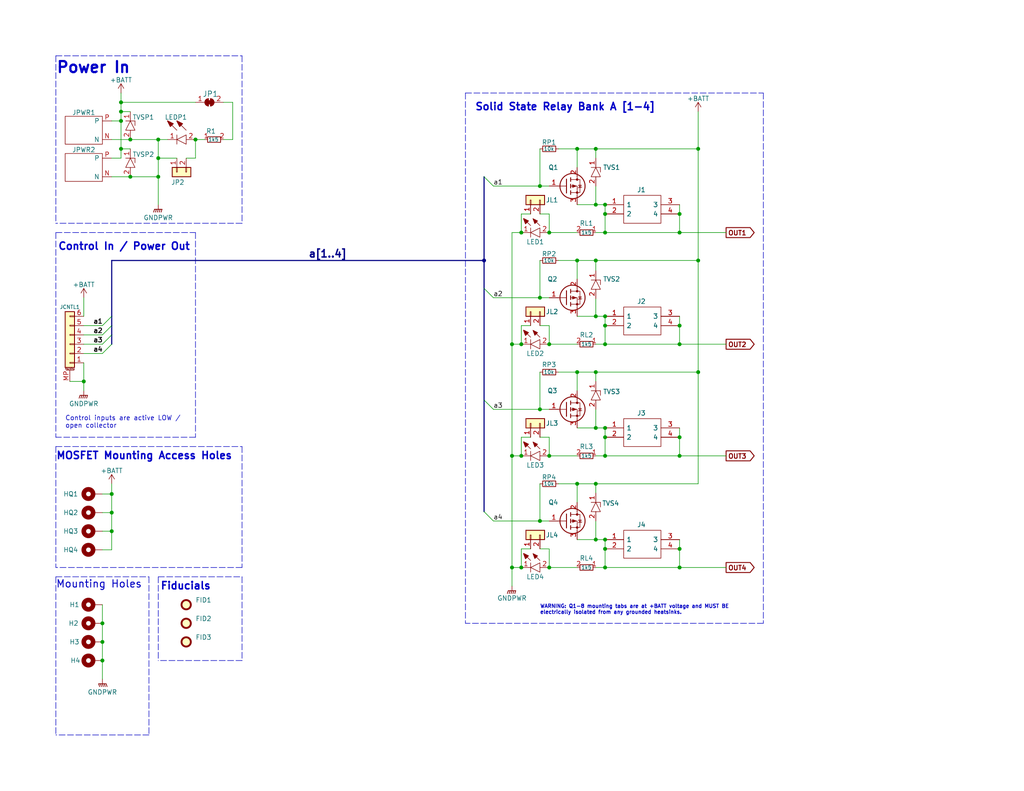
<source format=kicad_sch>
(kicad_sch (version 20211123) (generator eeschema)
  (paper "USLetter")
  (title_block (title "Solid State Relay 24 Volt by 4") (date "2022-09-02") (rev "0.0.1") (comment 2 "creativecommons.org/licenses/by/4.0/") (comment 3 "License: CC By 4.0") (comment 4 "Author: Michael Cummings"))
  (lib_symbols
    (symbol "Device:R_Small" (pin_numbers hide) (pin_names (offset 0.254) hide)
      (property "Reference" "R" (at 0.762 0.508 0))
      (property "Value" "R_Small" (at 0.762 -1.016 0))
      (symbol "R_Small_1_1"
        (pin passive line (at 0 2.54 270) (length 0.762) (name "~") (number "1"))
        (pin passive line (at 0 -2.54 90) (length 0.762) (name "~") (number "2"))
      )
    )
    (symbol "Fiducial_1"
      (property "Reference" "FID" (at 0 5.08 0))
      (property "Value" "Fiducial_1" (at 0 3.175 0))
    )
    (symbol "Fiducial_2"
      (property "Reference" "FID" (at 0 5.08 0))
      (property "Value" "Fiducial_2" (at 0 3.175 0))
    )
    (symbol "IRF4905PBF_1" (pin_names (offset 0.762))
      (property "Reference" "Q" (at 0 -1.905 0))
      (property "Value" "IRF4905PBF_1" (at 11.43 1.27 0))
      (symbol "IRF4905PBF_1_1_1"
        (pin input line (at 0 0 0) (length 2.54) (name "") (number "1"))
        (pin passive line (at 7.62 5.08 270) (length 2.54) (name "") (number "2"))
        (pin passive line (at 7.62 -5.08 90) (length 2.54) (name "") (number "3"))
      )
    )
    (symbol "IRF4905PBF_2" (pin_names (offset 0.762))
      (property "Reference" "Q" (at 0 -1.905 0))
      (property "Value" "IRF4905PBF_2" (at 11.43 1.27 0))
      (symbol "IRF4905PBF_2_1_1"
        (pin input line (at 0 0 0) (length 2.54) (name "") (number "1"))
        (pin passive line (at 7.62 5.08 270) (length 2.54) (name "") (number "2"))
        (pin passive line (at 7.62 -5.08 90) (length 2.54) (name "") (number "3"))
      )
    )
    (symbol "IRF4905PBF_3" (pin_names (offset 0.762))
      (property "Reference" "Q" (at 0 -1.905 0))
      (property "Value" "IRF4905PBF_3" (at 11.43 1.27 0))
      (symbol "IRF4905PBF_3_1_1"
        (pin input line (at 0 0 0) (length 2.54) (name "") (number "1"))
        (pin passive line (at 7.62 5.08 270) (length 2.54) (name "") (number "2"))
        (pin passive line (at 7.62 -5.08 90) (length 2.54) (name "") (number "3"))
      )
    )
    (symbol "IRF4905PBF_4" (pin_names (offset 0.762))
      (property "Reference" "Q" (at 0 -1.905 0))
      (property "Value" "IRF4905PBF_4" (at 11.43 1.27 0))
      (symbol "IRF4905PBF_4_1_1"
        (pin input line (at 0 0 0) (length 2.54) (name "") (number "1"))
        (pin passive line (at 7.62 5.08 270) (length 2.54) (name "") (number "2"))
        (pin passive line (at 7.62 -5.08 90) (length 2.54) (name "") (number "3"))
      )
    )
    (symbol "Jumper:SolderJumper_2_Bridged" (pin_names (offset 0) hide)
      (property "Reference" "JP" (at 0 2.032 0))
      (property "Value" "SolderJumper_2_Bridged" (at 0 -2.54 0))
      (symbol "SolderJumper_2_Bridged_1_1"
        (pin passive line (at -3.81 0 0) (length 2.54) (name "A") (number "1"))
        (pin passive line (at 3.81 0 180) (length 2.54) (name "B") (number "2"))
      )
    )
    (symbol "Mechanical:Fiducial" (pin_numbers hide) (pin_names hide)
      (property "Reference" "FID" (at 0 5.08 0))
      (property "Value" "Fiducial" (at 0 3.175 0))
    )
    (symbol "Mechanical:MountingHole_Pad" (pin_numbers hide) (pin_names (offset 1.016) hide)
      (property "Reference" "H" (at 0 6.35 0))
      (property "Value" "MountingHole_Pad" (at 0 4.445 0))
      (symbol "MountingHole_Pad_1_1"
        (pin input line (at 0 -2.54 90) (length 2.54) (name "1") (number "1"))
      )
    )
    (symbol "SM6T33AY_5" (pin_names (offset 0.762))
      (property "Reference" "D" (at 0.635 4.445 0))
      (symbol "SM6T33AY_5_0_0"
        (pin passive line (at 0 0 0) (length 2.54) (name "~") (number "1"))
        (pin passive line (at 7.62 0 180) (length 2.54) (name "~") (number "2"))
      )
    )
    (symbol "SM6T33AY_6" (pin_names (offset 0.762))
      (property "Reference" "D" (at 0.635 4.445 0))
      (symbol "SM6T33AY_6_0_0"
        (pin passive line (at 0 0 0) (length 2.54) (name "~") (number "1"))
        (pin passive line (at 7.62 0 180) (length 2.54) (name "~") (number "2"))
      )
    )
    (symbol "SM6T33AY_7" (pin_names (offset 0.762))
      (property "Reference" "D" (at 0.635 4.445 0))
      (symbol "SM6T33AY_7_0_0"
        (pin passive line (at 0 0 0) (length 2.54) (name "~") (number "1"))
        (pin passive line (at 7.62 0 180) (length 2.54) (name "~") (number "2"))
      )
    )
    (symbol "SM6T33AY_8" (pin_names (offset 0.762))
      (property "Reference" "D" (at 0.635 4.445 0))
      (symbol "SM6T33AY_8_0_0"
        (pin passive line (at 0 0 0) (length 2.54) (name "~") (number "1"))
        (pin passive line (at 7.62 0 180) (length 2.54) (name "~") (number "2"))
      )
    )
    (symbol "SM6T33AY_9" (pin_names (offset 0.762))
      (property "Reference" "D" (at 0.635 4.445 0))
      (symbol "SM6T33AY_9_0_0"
        (pin passive line (at 0 0 0) (length 2.54) (name "~") (number "1"))
        (pin passive line (at 7.62 0 180) (length 2.54) (name "~") (number "2"))
      )
    )
    (symbol "XT60PW-M_1" (pin_names (offset 0.762))
      (property "Reference" "JPWR2" (at 0 4.826 0))
      (symbol "XT60PW-M_1_0_0"
        (pin passive line (at 7.62 -2.54 180) (length 2.54) (name "N") (number "N"))
        (pin passive line (at 7.62 2.54 180) (length 2.54) (name "P") (number "P"))
      )
    )
    (symbol "dragon_mobile:1190297" (pin_names (offset 0.762))
      (property "Reference" "J" (at 5.08 6.35 0))
      (property "Value" "1190297" (at 5.08 3.81 0))
      (symbol "1190297_0_0"
        (pin passive line (at 0 0 0) (length 5.08) (name "1") (number "1"))
        (pin passive line (at 0 -2.54 0) (length 5.08) (name "2") (number "2"))
        (pin passive line (at 20.32 0 180) (length 5.08) (name "3") (number "3"))
        (pin passive line (at 20.32 -2.54 180) (length 5.08) (name "4") (number "4"))
      )
    )
    (symbol "dragon_mobile:Conn_01x02" (pin_names (offset 1.016) hide)
      (property "Reference" "JP2" (at 0 2.54 0))
      (symbol "Conn_01x02_1_1"
        (pin passive line (at -3.81 0 0) (length 2.54) (name "Pin_1") (number "1"))
        (pin passive line (at -3.81 -2.54 0) (length 2.54) (name "Pin_2") (number "2"))
      )
    )
    (symbol "dragon_mobile:JST_GH_01x6_MountingPins" (pin_names (offset 1.016) hide)
      (property "Reference" "JCNTL1" (at -4.445 -9.525 0))
      (symbol "JST_GH_01x6_MountingPins_1_1"
        (text "Mounting" (at 0 -9.271 0) (effects (font (size 0.381 0.381))))
        (pin passive line (at -3.81 -7.62 0) (length 2.54) (name "Pin_1") (number "1"))
        (pin passive line (at -3.81 -5.08 0) (length 2.54) (name "Pin_2") (number "2"))
        (pin passive line (at -3.81 -2.54 0) (length 2.54) (name "Pin_3") (number "3"))
        (pin passive line (at -3.81 0 0) (length 2.54) (name "Pin_4") (number "4"))
        (pin passive line (at -3.81 2.54 0) (length 2.54) (name "Pin_5") (number "5"))
        (pin passive line (at -3.81 5.08 0) (length 2.54) (name "Pin_6") (number "6"))
        (pin passive line (at 0 -12.7 90) (length 3.048) (name "MountPin") (number "MP"))
        (pin passive line (at 0 -12.7 90) (length 3.048) hide (name "MountPin") (number "MP"))
      )
    )
    (symbol "dragon_mobile:LTST-C190KFKT" (pin_names (offset 0.762))
      (property "Reference" "LED1" (at 2.54 5.715 0))
      (symbol "LTST-C190KFKT_0_0"
        (pin passive line (at 0 0 0) (length 2.54) (name "~") (number "1"))
        (pin passive line (at 7.62 0 180) (length 2.54) (name "~") (number "2"))
      )
    )
    (symbol "dragon_mobile:LTST-C190KGKT" (pin_names (offset 0.762))
      (property "Reference" "LEDP1" (at 2.54 6.35 0))
      (symbol "LTST-C190KGKT_0_0"
        (pin passive line (at 0 0 0) (length 2.54) (name "~") (number "1"))
        (pin passive line (at 7.62 0 180) (length 2.54) (name "~") (number "2"))
      )
    )
    (symbol "dragon_mobile:SDR10EZPJ152" (pin_names (offset 0.762))
      (property "Reference" "R" (at 2.54 1.27 0))
      (property "Value" "SDR10EZPJ152" (at 2.54 -1.27 0))
      (symbol "SDR10EZPJ152_1_1"
        (pin passive line (at 0.762 2.032 270) (length 0.762) (name "~") (number "1"))
        (pin passive line (at 0.762 -3.048 90) (length 0.762) (name "~") (number "2"))
      )
    )
    (symbol "dragon_mobile:SM6T33AY" (pin_names (offset 0.762))
      (property "Reference" "D" (at 0.635 4.445 0))
      (symbol "SM6T33AY_0_0"
        (pin passive line (at 0 0 0) (length 2.54) (name "~") (number "1"))
        (pin passive line (at 7.62 0 180) (length 2.54) (name "~") (number "2"))
      )
    )
    (symbol "dragon_mobile:XT60PW-M" (pin_names (offset 0.762))
      (property "Reference" "J" (at -5.08 7.62 0))
      (symbol "XT60PW-M_0_0"
        (pin power_out line (at 7.62 -2.54 180) (length 2.54) (name "N") (number "N"))
        (pin power_out line (at 7.62 2.54 180) (length 2.54) (name "P") (number "P"))
      )
    )
    (symbol "power:+BATT" (power) (pin_names (offset 0))
      (property "Value" "+BATT" (at 0 3.556 0))
      (symbol "+BATT_1_1"
        (pin power_in line (at 0 0 90) (length 0) hide (name "+BATT") (number "1"))
      )
    )
    (symbol "power:GNDPWR" (power) (pin_names (offset 0))
      (property "Value" "GNDPWR" (at 0 -3.302 0))
      (symbol "GNDPWR_1_1"
        (pin power_in line (at 0 0 270) (length 0) hide (name "GNDPWR") (number "1"))
      )
    )
  )
  (junction (at 149.86 63.5))
  (junction (at 185.42 63.5))
  (junction (at 165.1 93.98))
  (junction (at 27.94 180.34))
  (junction (at 185.42 58.42))
  (junction (at 149.86 93.98))
  (junction (at 142.24 63.5))
  (junction (at 162.56 55.88))
  (junction (at 157.48 71.12))
  (junction (at 165.1 86.36))
  (junction (at 165.1 149.86))
  (junction (at 165.1 55.88))
  (junction (at 157.48 40.64))
  (junction (at 30.48 145.034))
  (junction (at 185.42 93.98))
  (junction (at 165.1 119.38))
  (junction (at 165.1 147.32))
  (junction (at 190.5 71.12))
  (junction (at 33.02 33.02))
  (junction (at 35.56 38.1))
  (junction (at 165.1 58.42))
  (junction (at 35.56 48.26))
  (junction (at 142.24 154.94))
  (junction (at 142.24 93.98))
  (junction (at 33.02 40.64))
  (junction (at 165.1 124.46))
  (junction (at 162.56 101.6))
  (junction (at 149.86 124.46))
  (junction (at 139.7 93.98))
  (junction (at 139.7 124.46))
  (junction (at 147.32 50.8))
  (junction (at 165.1 116.84))
  (junction (at 162.56 147.32))
  (junction (at 33.02 30.48))
  (junction (at 165.1 63.5))
  (junction (at 27.94 175.26))
  (junction (at 142.24 124.46))
  (junction (at 147.32 142.24))
  (junction (at 165.1 154.94))
  (junction (at 190.5 101.6))
  (junction (at 162.56 86.36))
  (junction (at 185.42 154.94))
  (junction (at 43.18 48.26))
  (junction (at 185.42 88.9))
  (junction (at 33.02 27.94))
  (junction (at 147.32 111.76))
  (junction (at 30.48 139.954))
  (junction (at 147.32 81.28))
  (junction (at 185.42 119.38))
  (junction (at 157.48 101.6))
  (junction (at 162.56 116.84))
  (junction (at 162.56 132.08))
  (junction (at 185.42 149.86))
  (junction (at 22.86 104.14))
  (junction (at 30.48 134.874))
  (junction (at 165.1 88.9))
  (junction (at 157.48 132.08))
  (junction (at 43.18 38.1))
  (junction (at 162.56 40.64))
  (junction (at 53.34 38.1))
  (junction (at 162.56 71.12))
  (junction (at 132.08 71.12))
  (junction (at 139.7 154.94))
  (junction (at 149.86 154.94))
  (junction (at 43.18 43.18))
  (junction (at 190.5 40.64))
  (junction (at 185.42 124.46))
  (junction (at 27.94 170.18))
  (bus_entry (at 134.62 50.8) (size -2.54 -2.54))
  (bus_entry (at 134.62 111.76) (size -2.54 -2.54))
  (bus_entry (at 27.94 88.9) (size 2.54 -2.54))
  (bus_entry (at 27.94 93.98) (size 2.54 -2.54))
  (bus_entry (at 27.94 96.52) (size 2.54 -2.54))
  (bus_entry (at 27.94 91.44) (size 2.54 -2.54))
  (bus_entry (at 134.62 81.28) (size -2.54 -2.54))
  (bus_entry (at 134.62 142.24) (size -2.54 -2.54))
  (wire (pts (xy 185.42 58.42) (xy 185.42 63.5)))
  (wire (pts (xy 149.86 149.86) (xy 149.86 154.94)))
  (wire (pts (xy 152.4 40.64) (xy 157.48 40.64)))
  (wire (pts (xy 60.96 38.1) (xy 63.5 38.1)))
  (wire (pts (xy 185.42 93.98) (xy 165.1 93.98)))
  (wire (pts (xy 22.86 81.28) (xy 22.86 86.36)))
  (polyline (pts (xy 15.24 63.5) (xy 15.24 119.38)))
  (wire (pts (xy 165.1 55.88) (xy 165.1 58.42)))
  (wire (pts (xy 147.32 81.28) (xy 149.86 81.28)))
  (wire (pts (xy 162.56 147.32) (xy 157.48 147.32)))
  (bus (pts (xy 132.08 71.12) (xy 132.08 78.74)))
  (wire (pts (xy 27.94 139.954) (xy 30.48 139.954)))
  (wire (pts (xy 22.86 91.44) (xy 27.94 91.44)))
  (wire (pts (xy 162.56 101.6) (xy 190.5 101.6)))
  (wire (pts (xy 152.4 71.12) (xy 157.48 71.12)))
  (wire (pts (xy 198.12 154.94) (xy 185.42 154.94)))
  (wire (pts (xy 147.32 111.76) (xy 149.86 111.76)))
  (wire (pts (xy 43.18 38.1) (xy 45.72 38.1)))
  (wire (pts (xy 198.12 124.46) (xy 185.42 124.46)))
  (wire (pts (xy 144.78 88.9) (xy 142.24 88.9)))
  (wire (pts (xy 134.62 111.76) (xy 147.32 111.76)))
  (wire (pts (xy 157.48 40.64) (xy 157.48 45.72)))
  (polyline (pts (xy 53.34 119.38) (xy 15.24 119.38)))
  (wire (pts (xy 162.56 111.76) (xy 162.56 116.84)))
  (wire (pts (xy 162.56 71.12) (xy 162.56 73.914)))
  (wire (pts (xy 22.86 99.06) (xy 22.86 104.14)))
  (wire (pts (xy 165.1 116.84) (xy 162.56 116.84)))
  (wire (pts (xy 185.42 55.88) (xy 185.42 58.42)))
  (wire (pts (xy 142.24 88.9) (xy 142.24 93.98)))
  (wire (pts (xy 147.32 149.86) (xy 149.86 149.86)))
  (wire (pts (xy 50.8 43.18) (xy 53.34 43.18)))
  (wire (pts (xy 147.32 101.6) (xy 147.32 111.76)))
  (wire (pts (xy 134.62 50.8) (xy 147.32 50.8)))
  (polyline (pts (xy 40.64 157.48) (xy 40.64 200.66)))
  (wire (pts (xy 162.56 50.8) (xy 162.56 55.88)))
  (bus (pts (xy 132.08 78.74) (xy 132.08 109.22)))
  (wire (pts (xy 22.86 93.98) (xy 27.94 93.98)))
  (wire (pts (xy 43.18 48.26) (xy 43.18 55.88)))
  (wire (pts (xy 22.86 88.9) (xy 27.94 88.9)))
  (polyline (pts (xy 66.04 121.92) (xy 66.04 154.94)))
  (wire (pts (xy 30.48 48.26) (xy 35.56 48.26)))
  (wire (pts (xy 27.94 145.034) (xy 30.48 145.034)))
  (wire (pts (xy 43.18 38.1) (xy 43.18 43.18)))
  (wire (pts (xy 165.1 86.36) (xy 162.56 86.36)))
  (wire (pts (xy 185.42 88.9) (xy 185.42 93.98)))
  (wire (pts (xy 142.24 149.86) (xy 142.24 154.94)))
  (wire (pts (xy 157.48 63.5) (xy 149.86 63.5)))
  (wire (pts (xy 198.12 93.98) (xy 185.42 93.98)))
  (bus (pts (xy 30.48 86.36) (xy 30.48 88.9)))
  (wire (pts (xy 33.02 33.02) (xy 30.48 33.02)))
  (wire (pts (xy 165.1 63.5) (xy 165.1 58.42)))
  (polyline (pts (xy 208.28 25.4) (xy 208.28 170.18)))
  (wire (pts (xy 33.02 25.4) (xy 33.02 27.94)))
  (bus (pts (xy 132.08 109.22) (xy 132.08 139.7)))
  (wire (pts (xy 198.12 63.5) (xy 185.42 63.5)))
  (wire (pts (xy 144.78 119.38) (xy 142.24 119.38)))
  (wire (pts (xy 22.86 104.14) (xy 22.86 106.68)))
  (wire (pts (xy 139.7 154.94) (xy 139.7 160.02)))
  (wire (pts (xy 30.48 134.874) (xy 27.94 134.874)))
  (polyline (pts (xy 66.04 154.94) (xy 15.24 154.94)))
  (wire (pts (xy 30.48 132.08) (xy 30.48 134.874)))
  (wire (pts (xy 162.56 142.24) (xy 162.56 147.32)))
  (wire (pts (xy 185.42 116.84) (xy 185.42 119.38)))
  (wire (pts (xy 185.42 63.5) (xy 165.1 63.5)))
  (polyline (pts (xy 66.04 180.34) (xy 43.18 180.34)))
  (wire (pts (xy 144.78 149.86) (xy 142.24 149.86)))
  (wire (pts (xy 35.56 38.1) (xy 43.18 38.1)))
  (polyline (pts (xy 15.24 63.5) (xy 53.34 63.5)))
  (polyline (pts (xy 40.64 200.66) (xy 15.24 200.66)))
  (wire (pts (xy 142.24 119.38) (xy 142.24 124.46)))
  (wire (pts (xy 165.1 154.94) (xy 185.42 154.94)))
  (polyline (pts (xy 66.04 157.48) (xy 66.04 180.34)))
  (bus (pts (xy 30.48 71.12) (xy 132.08 71.12)))
  (wire (pts (xy 142.24 63.5) (xy 139.7 63.5)))
  (wire (pts (xy 162.56 154.94) (xy 165.1 154.94)))
  (wire (pts (xy 162.56 81.534) (xy 162.56 86.36)))
  (wire (pts (xy 139.7 63.5) (xy 139.7 93.98)))
  (wire (pts (xy 165.1 55.88) (xy 162.56 55.88)))
  (wire (pts (xy 190.5 101.6) (xy 190.5 132.08)))
  (wire (pts (xy 162.56 40.64) (xy 162.56 43.18)))
  (wire (pts (xy 147.32 50.8) (xy 149.86 50.8)))
  (wire (pts (xy 190.5 30.48) (xy 190.5 40.64)))
  (wire (pts (xy 162.56 116.84) (xy 157.48 116.84)))
  (wire (pts (xy 157.48 154.94) (xy 149.86 154.94)))
  (wire (pts (xy 30.48 38.1) (xy 35.56 38.1)))
  (wire (pts (xy 162.56 101.6) (xy 162.56 104.14)))
  (polyline (pts (xy 208.28 170.18) (xy 127 170.18)))
  (wire (pts (xy 27.94 165.1) (xy 27.94 170.18)))
  (wire (pts (xy 142.24 154.94) (xy 139.7 154.94)))
  (wire (pts (xy 63.5 27.94) (xy 60.96 27.94)))
  (polyline (pts (xy 15.24 15.24) (xy 66.04 15.24)))
  (wire (pts (xy 33.02 30.48) (xy 35.56 30.48)))
  (polyline (pts (xy 43.18 157.48) (xy 43.18 180.34)))
  (bus (pts (xy 132.08 48.26) (xy 132.08 71.12)))
  (wire (pts (xy 185.42 119.38) (xy 185.42 124.46)))
  (polyline (pts (xy 43.18 157.48) (xy 66.04 157.48)))
  (wire (pts (xy 157.48 124.46) (xy 149.86 124.46)))
  (wire (pts (xy 147.32 119.38) (xy 149.86 119.38)))
  (wire (pts (xy 165.1 116.84) (xy 165.1 119.38)))
  (wire (pts (xy 152.4 132.08) (xy 157.48 132.08)))
  (wire (pts (xy 165.1 63.5) (xy 162.56 63.5)))
  (wire (pts (xy 139.7 124.46) (xy 139.7 154.94)))
  (wire (pts (xy 162.56 71.12) (xy 190.5 71.12)))
  (wire (pts (xy 30.48 43.18) (xy 33.02 43.18)))
  (wire (pts (xy 157.48 101.6) (xy 162.56 101.6)))
  (wire (pts (xy 30.48 145.034) (xy 30.48 139.954)))
  (wire (pts (xy 190.5 71.12) (xy 190.5 101.6)))
  (wire (pts (xy 35.56 48.26) (xy 43.18 48.26)))
  (wire (pts (xy 19.05 104.14) (xy 22.86 104.14)))
  (wire (pts (xy 157.48 93.98) (xy 149.86 93.98)))
  (wire (pts (xy 134.62 142.24) (xy 147.32 142.24)))
  (wire (pts (xy 152.4 101.6) (xy 157.48 101.6)))
  (polyline (pts (xy 15.24 15.24) (xy 15.24 60.96)))
  (wire (pts (xy 162.56 40.64) (xy 190.5 40.64)))
  (wire (pts (xy 142.24 124.46) (xy 139.7 124.46)))
  (wire (pts (xy 147.32 58.42) (xy 149.86 58.42)))
  (wire (pts (xy 185.42 149.86) (xy 185.42 154.94)))
  (wire (pts (xy 30.48 150.114) (xy 30.48 145.034)))
  (wire (pts (xy 63.5 38.1) (xy 63.5 27.94)))
  (polyline (pts (xy 15.24 121.92) (xy 15.24 154.94)))
  (wire (pts (xy 157.48 101.6) (xy 157.48 106.68)))
  (polyline (pts (xy 66.04 60.96) (xy 15.24 60.96)))
  (wire (pts (xy 134.62 81.28) (xy 147.32 81.28)))
  (wire (pts (xy 144.78 58.42) (xy 142.24 58.42)))
  (wire (pts (xy 165.1 124.46) (xy 165.1 119.38)))
  (wire (pts (xy 149.86 119.38) (xy 149.86 124.46)))
  (bus (pts (xy 30.48 88.9) (xy 30.48 91.44)))
  (wire (pts (xy 149.86 88.9) (xy 149.86 93.98)))
  (bus (pts (xy 30.48 71.12) (xy 30.48 86.36)))
  (wire (pts (xy 162.56 55.88) (xy 157.48 55.88)))
  (wire (pts (xy 147.32 40.64) (xy 147.32 50.8)))
  (wire (pts (xy 149.86 58.42) (xy 149.86 63.5)))
  (wire (pts (xy 33.02 30.48) (xy 33.02 33.02)))
  (wire (pts (xy 162.56 86.36) (xy 157.48 86.36)))
  (wire (pts (xy 33.02 40.64) (xy 33.02 33.02)))
  (wire (pts (xy 162.56 132.08) (xy 162.56 134.62)))
  (wire (pts (xy 185.42 124.46) (xy 165.1 124.46)))
  (wire (pts (xy 27.94 175.26) (xy 27.94 180.34)))
  (wire (pts (xy 157.48 40.64) (xy 162.56 40.64)))
  (wire (pts (xy 142.24 58.42) (xy 142.24 63.5)))
  (polyline (pts (xy 53.34 63.5) (xy 53.34 119.38)))
  (wire (pts (xy 22.86 96.52) (xy 27.94 96.52)))
  (wire (pts (xy 33.02 27.94) (xy 53.34 27.94)))
  (polyline (pts (xy 127 25.4) (xy 127 170.18)))
  (wire (pts (xy 43.18 43.18) (xy 43.18 48.26)))
  (wire (pts (xy 142.24 93.98) (xy 139.7 93.98)))
  (wire (pts (xy 147.32 142.24) (xy 149.86 142.24)))
  (wire (pts (xy 165.1 86.36) (xy 165.1 88.9)))
  (wire (pts (xy 165.1 93.98) (xy 165.1 88.9)))
  (wire (pts (xy 33.02 27.94) (xy 33.02 30.48)))
  (wire (pts (xy 53.34 38.1) (xy 55.88 38.1)))
  (polyline (pts (xy 15.24 157.48) (xy 15.24 200.66)))
  (wire (pts (xy 33.02 40.64) (xy 35.56 40.64)))
  (wire (pts (xy 139.7 93.98) (xy 139.7 124.46)))
  (wire (pts (xy 33.02 43.18) (xy 33.02 40.64)))
  (wire (pts (xy 43.18 43.18) (xy 48.26 43.18)))
  (wire (pts (xy 147.32 132.08) (xy 147.32 142.24)))
  (wire (pts (xy 27.94 150.114) (xy 30.48 150.114)))
  (polyline (pts (xy 15.24 121.92) (xy 66.04 121.92)))
  (wire (pts (xy 30.48 139.954) (xy 30.48 134.874)))
  (wire (pts (xy 157.48 71.12) (xy 157.48 76.2)))
  (wire (pts (xy 157.48 132.08) (xy 162.56 132.08)))
  (bus (pts (xy 30.48 91.44) (xy 30.48 93.98)))
  (wire (pts (xy 165.1 93.98) (xy 162.56 93.98)))
  (wire (pts (xy 185.42 86.36) (xy 185.42 88.9)))
  (wire (pts (xy 157.48 71.12) (xy 162.56 71.12)))
  (polyline (pts (xy 127 25.4) (xy 208.28 25.4)))
  (wire (pts (xy 162.56 132.08) (xy 190.5 132.08)))
  (wire (pts (xy 190.5 71.12) (xy 190.5 40.64)))
  (wire (pts (xy 147.32 71.12) (xy 147.32 81.28)))
  (wire (pts (xy 165.1 147.32) (xy 162.56 147.32)))
  (wire (pts (xy 27.94 170.18) (xy 27.94 175.26)))
  (wire (pts (xy 165.1 147.32) (xy 165.1 149.86)))
  (wire (pts (xy 53.34 43.18) (xy 53.34 38.1)))
  (polyline (pts (xy 15.24 157.48) (xy 40.64 157.48)))
  (wire (pts (xy 165.1 124.46) (xy 162.56 124.46)))
  (wire (pts (xy 147.32 88.9) (xy 149.86 88.9)))
  (polyline (pts (xy 66.04 15.24) (xy 66.04 60.96)))
  (wire (pts (xy 165.1 154.94) (xy 165.1 149.86)))
  (wire (pts (xy 157.48 132.08) (xy 157.48 137.16)))
  (wire (pts (xy 27.94 180.34) (xy 27.94 185.42)))
  (wire (pts (xy 185.42 147.32) (xy 185.42 149.86)))
  (text "WARNING: Q1-8 mounting tabs are at +BATT voltage and MUST BE\nelectrically isolated from any grounded heatsinks." (at 147.32 167.894 0) (effects (font (size 1 1) bold) (justify left bottom)))
  (text "MOSFET Mounting Access Holes" (at 15.24 125.73 0) (effects (font (size 2 2) bold) (justify left bottom)))
  (text "Control inputs are active LOW /\nopen collector" (at 17.78 117.094 0) (effects (font (size 1.27 1.27)) (justify left bottom)))
  (text "Control In / Power Out" (at 15.748 68.58 0) (effects (font (size 2 2) bold) (justify left bottom)))
  (text "Power In" (at 15.24 20.32 0) (effects (font (size 3 3) bold) (justify left bottom)))
  (text "Fiducials" (at 43.688 161.29 0) (effects (font (size 2 2) (thickness 0.4) bold) (justify left bottom)))
  (text "Mounting Holes" (at 15.24 160.782 0) (effects (font (size 2 2) (thickness 0.254) bold) (justify left bottom)))
  (text "Solid State Relay Bank A [1-4]" (at 129.54 30.48 0) (effects (font (size 2 2) bold) (justify left bottom)))
  (label "a4" (at 134.62 142.24 0))
  (label "a3" (at 25.4 93.98 0) (effects (font bold)))
  (label "a3" (at 134.62 111.76 0))
  (label "a2" (at 25.4 91.44 0) (effects (font bold)))
  (label "a[1..4]" (at 84.074 71.12 0) (effects (font (size 2 2) bold)))
  (label "a1" (at 25.4 88.9 0) (effects (font (thickness 0.254) bold)))
  (label "a1" (at 134.62 50.8 0))
  (label "a4" (at 25.4 96.52 0) (effects (font bold)))
  (label "a2" (at 134.62 81.28 0))
  (global_label "OUT2" (shape output) (at 198.12 93.98 0) (effects (font (thickness 0.254) bold)) (property "Intersheet References" "${INTERSHEET_REFS}" (effects hide)))
  (global_label "OUT4" (shape output) (at 198.12 154.94 0) (effects (font (thickness 0.254) bold)) (property "Intersheet References" "${INTERSHEET_REFS}" (effects hide)))
  (global_label "OUT1" (shape output) (at 198.12 63.5 0) (effects (font (thickness 0.254) bold)) (property "Intersheet References" "${INTERSHEET_REFS}" (effects hide)))
  (global_label "OUT3" (shape output) (at 198.12 124.46 0) (effects (font (thickness 0.254) bold)) (property "Intersheet References" "${INTERSHEET_REFS}" (effects hide)))
  (symbol (lib_id "Mechanical:MountingHole_Pad") (at 25.4 180.34 90) (mirror x) (unit 1) (in_bom no)
    (property "Reference" "H4" (at 20.574 180.34 90))
    (property "Value" "MountingHole" (effects hide))
    (property "Footprint" "MountingHole:MountingHole_3.2mm_M3_Pad_Via" (effects hide))
  )
  (symbol (lib_id "dragon_mobile:SDR10EZPJ152") (at 160.528 125.222 270) (mirror x) (unit 1)
    (property "Reference" "RL3" (at 160.02 121.92 90))
    (property "Value" "1k5" (at 160.02 124.46 90) (effects (font (size 1 1))))
    (property "Footprint" "dragon_mobile:RESC2012X65N" (effects hide))
    (property "Datasheet" "https://fscdn.rohm.com/en/products/databook/datasheet/passive/resistor/chip_resistor/sdr-e.pdf" (effects hide))
    (property "Description" "Thick Film Resistor – 1.5KΩ 5% 500mW; Anti Surge AEC-Q200; 2012 (0805) SMD Package" (effects hide))
    (property "MFN" "ROHM Semiconductor" (effects hide))
    (property "MFP" "SDR10EZPJ152" (effects hide))
    (property "Package" "0805" (effects hide))
    (property "Type" "SMD" (effects hide))
    (property "Characteristics" "Thick Film Resistor – 1.5KΩ 5% 500mW; Anti Surge AEC-Q200; 2012 (0805) SMD Package" (effects hide))
    (property "Height (mm)" "0.65" (effects hide))
    (property "Mouser Part Number" "755-SDR10EZPJ152" (effects hide))
    (property "Mouser Price/Stock" "https://www.mouser.com/ProductDetail/ROHM-Semiconductor/SDR10EZPJ152?qs=MyNHzdoqoQKBvqImLWLCnQ%3D%3D" (effects hide))
  )
  (symbol (lib_id "dragon_mobile:SM6T33AY") (at 35.56 30.48 270) (unit 1)
    (property "Reference" "TVSP1" (at 39.116 32.004 90))
    (property "Value" "SM6T33AY" (effects hide))
    (property "Footprint" "dragon_mobile:SMBJ36CATR" (effects hide))
    (property "Datasheet" "https://www.st.com/resource/en/datasheet/sm6t33ay.pdf" (effects hide))
    (property "Description" "Uni-Directional TVS Diode, 31.4V breakdown, 600W peak, 2-Pin DO-214AA SMD Package, AEC-Q101" (effects hide))
    (property "MFN" "STMicroelectronics" (effects hide))
    (property "MFP" "SM6T33AY" (effects hide))
    (property "Package" "DO-214AA" (effects hide))
    (property "Type" "SMD" (effects hide))
    (property "Characteristics" "Uni-Directional TVS Diode, 31.4V breakdown, 600W peak, 2-Pin DO-214AA SMD Package, AEC-Q101" (effects hide))
    (property "Height (mm)" "2.65" (effects hide))
    (property "Mouser Part Number" "511-SM6T33AY" (effects hide))
    (property "Mouser Price/Stock" "https://www.mouser.com/ProductDetail/STMicroelectronics/SM6T33AY?qs=94V4QatVK%252BcY23HKJfD7rw%3D%3D" (effects hide))
  )
  (symbol (lib_id "Mechanical:MountingHole_Pad") (at 25.4 139.954 90) (mirror x) (unit 1) (in_bom no)
    (property "Reference" "HQ2" (at 19.304 139.954 90))
    (property "Value" "Access Hole" (effects hide))
    (property "Footprint" "dragon_mobile:MountingHole_6.1mm_Pad_Via" (effects hide))
    (property "Package" "Other" (effects hide))
    (property "Type" "THT" (effects hide))
  )
  (symbol (lib_id "Jumper:SolderJumper_2_Bridged") (at 57.15 27.94 0) (unit 1) (in_bom no)
    (property "Reference" "JP1" (at 57.404 25.654 0) (effects (font (size 1.5 1.5))))
    (property "Value" "SolderJumper_2_Bridged" (effects hide))
    (property "Footprint" "Jumper:SolderJumper-2_P1.3mm_Bridged_RoundedPad1.0x1.5mm" (effects hide))
  )
  (symbol (lib_name "IRF4905PBF_3") (lib_id "dragon_mobile:IRF4905PBF") (at 149.86 111.76 0) (unit 1)
    (property "Reference" "Q3" (at 149.352 106.68 0) (effects (justify left)))
    (property "Value" "IRF4905PBF" (effects hide))
    (property "Footprint" "dragon_mobile:TO254P469X1042X1967-3P" (effects hide))
    (property "Datasheet" "https://www.infineon.com/dgdl/Infineon-IRF4905-DataSheet-v01_01-EN.pdf?fileId=5546d462533600a4015355e329b1197e" (effects hide))
    (property "Description" "P-channel MOSFET; IRF4905; Max: 64A 55V; TO-220AB Through Hole" (effects hide))
    (property "MFN" "Infineon" (effects hide))
    (property "MFP" "IRF4905PBF" (effects hide))
    (property "Package" "TO-220AB" (effects hide))
    (property "Type" "THT" (effects hide))
    (property "Your Instructions/Notes" "Reverse (Back) side mounted" (effects hide))
    (property "Characteristics" "P-channel MOSFET; IRF4905; Max: 64A 55V; TO-220AB Through Hole" (effects hide))
    (property "Height (mm)" "4.69" (effects hide))
    (property "Mouser Part Number" "942-IRF4905PBF" (effects hide))
    (property "Mouser Price/Stock" "https://www.mouser.com/ProductDetail/Infineon-IR/IRF4905PBF?qs=9%252BKlkBgLFf39l0HsWdxvdw%3D%3D" (effects hide))
  )
  (symbol (lib_name "IRF4905PBF_2") (lib_id "dragon_mobile:IRF4905PBF") (at 149.86 81.28 0) (unit 1)
    (property "Reference" "Q2" (at 149.352 76.2 0) (effects (justify left)))
    (property "Value" "IRF4905PBF" (effects hide))
    (property "Footprint" "dragon_mobile:TO254P469X1042X1967-3P" (effects hide))
    (property "Datasheet" "https://www.infineon.com/dgdl/Infineon-IRF4905-DataSheet-v01_01-EN.pdf?fileId=5546d462533600a4015355e329b1197e" (effects hide))
    (property "Description" "P-channel MOSFET; IRF4905; Max: 64A 55V; TO-220AB Through Hole" (effects hide))
    (property "MFN" "Infineon" (effects hide))
    (property "MFP" "IRF4905PBF" (effects hide))
    (property "Package" "TO-220AB" (effects hide))
    (property "Type" "THT" (effects hide))
    (property "Your Instructions/Notes" "Reverse (Back) side mounted" (effects hide))
    (property "Characteristics" "P-channel MOSFET; IRF4905; Max: 64A 55V; TO-220AB Through Hole" (effects hide))
    (property "Height (mm)" "4.69" (effects hide))
    (property "Mouser Part Number" "942-IRF4905PBF" (effects hide))
    (property "Mouser Price/Stock" "https://www.mouser.com/ProductDetail/Infineon-IR/IRF4905PBF?qs=9%252BKlkBgLFf39l0HsWdxvdw%3D%3D" (effects hide))
  )
  (symbol (lib_id "dragon_mobile:Conn_01x02") (at 144.78 115.57 90) (unit 1)
    (property "Reference" "JL3" (at 150.622 115.57 90))
    (property "Value" "Conn_01x02" (effects hide))
    (property "Footprint" "dragon_mobile:PinHeader_1x02_P1.00mm_Vertical" (effects hide))
    (property "Description" "Pin Header; 1mm 1x2 Vertical" (effects hide))
    (property "Package" "Other" (effects hide))
    (property "Type" "THT" (effects hide))
  )
  (symbol (lib_id "power:GNDPWR") (at 27.94 185.42 0) (mirror y) (unit 1)
    (property "Reference" "#PWR03" (effects hide))
    (property "Value" "GNDPWR" (at 27.94 188.976 0))
  )
  (symbol (lib_id "dragon_mobile:Conn_01x02") (at 144.78 146.05 90) (unit 1)
    (property "Reference" "JL4" (at 150.622 146.05 90))
    (property "Value" "Conn_01x02" (effects hide))
    (property "Footprint" "dragon_mobile:PinHeader_1x02_P1.00mm_Vertical" (effects hide))
    (property "Description" "Pin Header; 1mm 1x2 Vertical" (effects hide))
    (property "Package" "Other" (effects hide))
    (property "Type" "THT" (effects hide))
  )
  (symbol (lib_name "SM6T33AY_6") (lib_id "dragon_mobile:SM6T33AY") (at 162.56 43.18 270) (unit 1)
    (property "Reference" "TVS1" (at 166.878 45.72 90))
    (property "Value" "SM6T33AY" (effects hide))
    (property "Footprint" "dragon_mobile:SMBJ36CATR" (effects hide))
    (property "Datasheet" "https://www.st.com/resource/en/datasheet/sm6t33ay.pdf" (effects hide))
    (property "Description" "Uni-Directional TVS Diode, 31.4V breakdown, 600W peak, 2-Pin DO-214AA SMD Package, AEC-Q101" (effects hide))
    (property "MFN" "STMicroelectronics" (effects hide))
    (property "MFP" "SM6T33AY" (effects hide))
    (property "Package" "DO-214AA" (effects hide))
    (property "Type" "SMD" (effects hide))
    (property "Characteristics" "Uni-Directional TVS Diode, 31.4V breakdown, 600W peak, 2-Pin DO-214AA SMD Package, AEC-Q101" (effects hide))
    (property "Height (mm)" "2.65" (effects hide))
    (property "Mouser Part Number" "511-SM6T33AY" (effects hide))
    (property "Mouser Price/Stock" "https://www.mouser.com/ProductDetail/STMicroelectronics/SM6T33AY?qs=94V4QatVK%252BcY23HKJfD7rw%3D%3D" (effects hide))
  )
  (symbol (lib_id "dragon_mobile:JST_GH_01x6_MountingPins") (at 19.05 91.44 0) (mirror y) (unit 1)
    (property "Reference" "JCNTL1" (at 19.05 83.82 0) (effects (font (size 1 1))))
    (property "Value" "JST_GH_01x6_MountingPins" (effects hide))
    (property "Footprint" "Connector_JST:JST_GH_SM06B-GHS-TB_1x06-1MP_P1.25mm_Horizontal" (effects hide))
    (property "Height (mm)" "4.35" (effects hide))
  )
  (symbol (lib_id "dragon_mobile:LTST-C190KFKT") (at 142.24 124.46 0) (unit 1)
    (property "Reference" "LED3" (at 146.05 127 0))
    (property "Value" "LTST-C190KFKT" (effects hide))
    (property "Footprint" "dragon_mobile:LEDC1607X80N" (effects hide))
    (property "Datasheet" "https://optoelectronics.liteon.com/upload/download/DS-22-99-0186/LTST-C190KFKT.PDF" (effects hide))
    (property "Description" "Orange LED (605 nm); Rectangle Lens; Top Viewing; 1608 (0603) SMD Package" (effects hide))
    (property "MFN" "Lite-On" (effects hide))
    (property "MFP" "LTST-C190KFKT" (effects hide))
    (property "Package" "0603" (effects hide))
    (property "Type" "SMD" (effects hide))
    (property "Characteristics" "Orange LED (605 nm); Rectangle Lens; Top Viewing; 1608 (0603) SMD Package" (effects hide))
    (property "Height (mm)" "0.80" (effects hide))
    (property "Mouser Part Number" "859-LTST-C190KFKT" (effects hide))
    (property "Mouser Price/Stock" "https://www.mouser.com/ProductDetail/Lite-On/LTST-C190KFKT?qs=6QHXI9jVcTyVErVIqD1vhg%3D%3D" (effects hide))
  )
  (symbol (lib_id "power:GNDPWR") (at 139.7 160.02 0) (unit 1)
    (property "Reference" "#PWR07" (effects hide))
    (property "Value" "GNDPWR" (at 139.7 163.322 0))
  )
  (symbol (lib_id "power:+BATT") (at 33.02 25.4 0) (unit 1)
    (property "Reference" "#PWR05" (effects hide))
    (property "Value" "+BATT" (at 33.02 21.844 0))
  )
  (symbol (lib_id "Mechanical:MountingHole_Pad") (at 25.4 145.034 90) (mirror x) (unit 1)
    (property "Reference" "HQ3" (at 19.304 145.034 90))
    (property "Value" "Access Hole" (effects hide))
    (property "Footprint" "dragon_mobile:MountingHole_6.1mm_Pad_Via" (effects hide))
    (property "Package" "Other" (effects hide))
    (property "Type" "THT" (effects hide))
  )
  (symbol (lib_name "Fiducial_1") (lib_id "Mechanical:Fiducial") (at 50.8 175.26 0) (unit 1)
    (property "Reference" "FID3" (at 53.34 173.9899 0) (effects (justify left)))
    (property "Value" "Fiducial" (effects hide))
    (property "Footprint" "Fiducial:Fiducial_0.5mm_Mask1mm" (effects hide))
  )
  (symbol (lib_id "power:GNDPWR") (at 43.18 55.88 0) (unit 1)
    (property "Reference" "#PWR06" (effects hide))
    (property "Value" "GNDPWR" (at 43.18 59.436 0))
  )
  (symbol (lib_id "dragon_mobile:LTST-C190KFKT") (at 142.24 154.94 0) (unit 1)
    (property "Reference" "LED4" (at 146.05 157.48 0))
    (property "Value" "LTST-C190KFKT" (effects hide))
    (property "Footprint" "dragon_mobile:LEDC1607X80N" (effects hide))
    (property "Datasheet" "https://optoelectronics.liteon.com/upload/download/DS-22-99-0186/LTST-C190KFKT.PDF" (effects hide))
    (property "Description" "Orange LED (605 nm); Rectangle Lens; Top Viewing; 1608 (0603) SMD Package" (effects hide))
    (property "MFN" "Lite-On" (effects hide))
    (property "MFP" "LTST-C190KFKT" (effects hide))
    (property "Package" "0603" (effects hide))
    (property "Type" "SMD" (effects hide))
    (property "Characteristics" "Orange LED (605 nm); Rectangle Lens; Top Viewing; 1608 (0603) SMD Package" (effects hide))
    (property "Height (mm)" "0.80" (effects hide))
    (property "Mouser Part Number" "859-LTST-C190KFKT" (effects hide))
    (property "Mouser Price/Stock" "https://www.mouser.com/ProductDetail/Lite-On/LTST-C190KFKT?qs=6QHXI9jVcTyVErVIqD1vhg%3D%3D" (effects hide))
  )
  (symbol (lib_id "dragon_mobile:LTST-C190KFKT") (at 142.24 63.5 0) (unit 1)
    (property "Reference" "LED1" (at 146.05 66.04 0))
    (property "Value" "LTST-C190KFKT" (effects hide))
    (property "Footprint" "dragon_mobile:LEDC1607X80N" (effects hide))
    (property "Datasheet" "https://optoelectronics.liteon.com/upload/download/DS-22-99-0186/LTST-C190KFKT.PDF" (effects hide))
    (property "Description" "Orange LED (605 nm); Rectangle Lens; Top Viewing; 1608 (0603) SMD Package" (effects hide))
    (property "MFN" "Lite-On" (effects hide))
    (property "MFP" "LTST-C190KFKT" (effects hide))
    (property "Package" "0603" (effects hide))
    (property "Type" "SMD" (effects hide))
    (property "Characteristics" "Orange LED (605 nm); Rectangle Lens; Top Viewing; 1608 (0603) SMD Package" (effects hide))
    (property "Height (mm)" "0.80" (effects hide))
    (property "Mouser Part Number" "859-LTST-C190KFKT" (effects hide))
    (property "Mouser Price/Stock" "https://www.mouser.com/ProductDetail/Lite-On/LTST-C190KFKT?qs=6QHXI9jVcTyVErVIqD1vhg%3D%3D" (effects hide))
  )
  (symbol (lib_id "Device:R_Small") (at 149.86 40.64 90) (unit 1)
    (property "Reference" "RP1" (at 147.828 38.862 90) (effects (justify right)))
    (property "Value" "10k" (at 148.336 40.64 90) (effects (font (size 1 1)) (justify right)))
    (property "Footprint" "dragon_mobile:RESC2012X65N" (effects hide))
    (property "Datasheet" "https://fscdn.rohm.com/en/products/databook/datasheet/passive/resistor/chip_resistor/sdr-e.pdf" (effects hide))
    (property "Description" "Thick Film Resistor - 10KΩ 5% 300mW; Anti Surge AEC-Q200; 1608 (0603) SMD Package" (effects hide))
    (property "MFN" "ROHM Semiconductor" (effects hide))
    (property "MFP" "SDR03EZPJ103" (effects hide))
    (property "Package" "0603" (effects hide))
    (property "Type" "SMD" (effects hide))
    (property "Characteristics" "Thick Film Resistor - 10KΩ 5% 300mW; Anti Surge AEC-Q200; 1608 (0603) SMD Package" (effects hide))
    (property "Height (mm)" "0.55" (effects hide))
    (property "Mouser Part Number" "755-SDR03EZPJ103" (effects hide))
    (property "Mouser Price/Stock" "https://www.mouser.com/ProductDetail/ROHM-Semiconductor/SDR03EZPJ103?qs=byeeYqUIh0PPb7hIBxlHfw%3D%3D" (effects hide))
  )
  (symbol (lib_id "Mechanical:MountingHole_Pad") (at 25.4 170.18 90) (mirror x) (unit 1) (in_bom no)
    (property "Reference" "H2" (at 20.066 170.18 90))
    (property "Value" "MountingHole" (effects hide))
    (property "Footprint" "MountingHole:MountingHole_3.2mm_M3_Pad_Via" (effects hide))
  )
  (symbol (lib_id "Mechanical:Fiducial") (at 50.8 165.1 0) (unit 1) (in_bom no)
    (property "Reference" "FID1" (at 53.34 163.8299 0) (effects (justify left)))
    (property "Value" "Fiducial" (effects hide))
    (property "Footprint" "Fiducial:Fiducial_0.5mm_Mask1mm" (effects hide))
  )
  (symbol (lib_id "dragon_mobile:SDR10EZPJ152") (at 160.528 64.262 270) (mirror x) (unit 1)
    (property "Reference" "RL1" (at 160.02 60.96 90))
    (property "Value" "1k5" (at 160.02 63.5 90) (effects (font (size 1 1))))
    (property "Footprint" "dragon_mobile:RESC2012X65N" (effects hide))
    (property "Datasheet" "https://fscdn.rohm.com/en/products/databook/datasheet/passive/resistor/chip_resistor/sdr-e.pdf" (effects hide))
    (property "Description" "Thick Film Resistor – 1.5KΩ 5% 500mW; Anti Surge AEC-Q200; 2012 (0805) SMD Package" (effects hide))
    (property "MFN" "ROHM Semiconductor" (effects hide))
    (property "MFP" "SDR10EZPJ152" (effects hide))
    (property "Package" "0805" (effects hide))
    (property "Type" "SMD" (effects hide))
    (property "Characteristics" "Thick Film Resistor – 1.5KΩ 5% 500mW; Anti Surge AEC-Q200; 2012 (0805) SMD Package" (effects hide))
    (property "Height (mm)" "0.65" (effects hide))
    (property "Mouser Part Number" "755-SDR10EZPJ152" (effects hide))
    (property "Mouser Price/Stock" "https://www.mouser.com/ProductDetail/ROHM-Semiconductor/SDR10EZPJ152?qs=MyNHzdoqoQKBvqImLWLCnQ%3D%3D" (effects hide))
  )
  (symbol (lib_id "Mechanical:MountingHole_Pad") (at 25.4 134.874 90) (mirror x) (unit 1)
    (property "Reference" "HQ1" (at 19.304 134.874 90))
    (property "Value" "Access Hole" (effects hide))
    (property "Footprint" "dragon_mobile:MountingHole_6.1mm_Pad_Via" (effects hide))
    (property "Package" "Other" (effects hide))
    (property "Type" "THT" (effects hide))
  )
  (symbol (lib_id "Mechanical:MountingHole_Pad") (at 25.4 150.114 90) (mirror x) (unit 1) (in_bom no)
    (property "Reference" "HQ4" (at 19.304 150.114 90))
    (property "Value" "Access Hole" (effects hide))
    (property "Footprint" "dragon_mobile:MountingHole_6.1mm_Pad_Via" (effects hide))
    (property "Package" "Other" (effects hide))
    (property "Type" "THT" (effects hide))
  )
  (symbol (lib_id "Device:R_Small") (at 149.86 71.12 90) (unit 1)
    (property "Reference" "RP2" (at 147.828 69.342 90) (effects (justify right)))
    (property "Value" "10k" (at 148.336 71.12 90) (effects (font (size 1 1)) (justify right)))
    (property "Footprint" "dragon_mobile:RESC2012X65N" (effects hide))
    (property "Datasheet" "https://fscdn.rohm.com/en/products/databook/datasheet/passive/resistor/chip_resistor/sdr-e.pdf" (effects hide))
    (property "Description" "Thick Film Resistor - 10KΩ 5% 300mW; Anti Surge AEC-Q200; 1608 (0603) SMD Package" (effects hide))
    (property "MFN" "ROHM Semiconductor" (effects hide))
    (property "MFP" "SDR03EZPJ103" (effects hide))
    (property "Package" "0603" (effects hide))
    (property "Type" "SMD" (effects hide))
    (property "Characteristics" "Thick Film Resistor - 10KΩ 5% 300mW; Anti Surge AEC-Q200; 1608 (0603) SMD Package" (effects hide))
    (property "Height (mm)" "0.55" (effects hide))
    (property "Mouser Part Number" "755-SDR03EZPJ103" (effects hide))
    (property "Mouser Price/Stock" "https://www.mouser.com/ProductDetail/ROHM-Semiconductor/SDR03EZPJ103?qs=byeeYqUIh0PPb7hIBxlHfw%3D%3D" (effects hide))
  )
  (symbol (lib_id "dragon_mobile:1190297") (at 165.1 86.36 0) (unit 1)
    (property "Reference" "J2" (at 175.006 82.296 0))
    (property "Value" "1190297" (effects hide))
    (property "Footprint" "dragon_mobile:1190297" (effects hide))
    (property "Datasheet" "https://www.phoenixcontact.com/online/portal/ae?uri=pxc-oc-itemdetail:pid=1190297&library=aeen&tab=1" (effects hide))
    (property "Description" "2 Position Wire to Board Terminal Block Horizontal with Lever Action; Column Pitch 5.00mm (0.197\") Through Holes" (effects hide))
    (property "MFN" "Phoenix Contact" (effects hide))
    (property "MFP" "1190297" (effects hide))
    (property "Package" "Other" (effects hide))
    (property "Type" "THT" (effects hide))
    (property "Characteristics" "2 Position Wire to Board Terminal Block Horizontal with Lever Action; Column Pitch 5.00mm (0.197\") Through Holes" (effects hide))
    (property "Height (mm)" "16.64" (effects hide))
    (property "Mouser Part Number" "651-1190297" (effects hide))
    (property "Mouser Price/Stock" "https://www.mouser.com/ProductDetail/Phoenix-Contact/1190297?qs=QNEnbhJQKvaBinyAO%252BdsFA%3D%3D" (effects hide))
  )
  (symbol (lib_id "power:+BATT") (at 30.48 132.08 0) (unit 1)
    (property "Reference" "#PWR04" (effects hide))
    (property "Value" "+BATT" (at 30.48 128.524 0))
  )
  (symbol (lib_name "XT60PW-M_1") (lib_id "dragon_mobile:XT60PW-M") (at 22.86 45.72 0) (unit 1)
    (property "Reference" "JPWR2" (at 22.86 40.894 0))
    (property "Value" "XT60PW-M" (effects hide))
    (property "Footprint" "dragon_mobile:XT60PWM" (effects hide))
    (property "Datasheet" "https://www.tme.eu/Document/9b8d0c5eb7094295f3d3112c214d3ade/XT60PW%20SPEC.pdf" (effects hide))
    (property "Description" "Socket; DC supply; XT60; male; PIN: 2; on PCBs; THT; Colour: yellow" (effects hide))
    (property "MFN" "Changzou Amass Elec" (effects hide))
    (property "MFP" "XT60PW-M" (effects hide))
    (property "Package" "Other" (effects hide))
    (property "Type" "THT" (effects hide))
    (property "Characteristics" "PCB Socket; XT60; Pins: 2 Male; Color: yellow; Horizontal Through Hole" (effects hide))
    (property "Height (mm)" "8.40" (effects hide))
  )
  (symbol (lib_id "Device:R_Small") (at 149.86 101.6 90) (unit 1)
    (property "Reference" "RP3" (at 147.828 99.568 90) (effects (justify right)))
    (property "Value" "10k" (at 148.336 101.6 90) (effects (font (size 1 1)) (justify right)))
    (property "Footprint" "dragon_mobile:RESC2012X65N" (effects hide))
    (property "Datasheet" "https://fscdn.rohm.com/en/products/databook/datasheet/passive/resistor/chip_resistor/sdr-e.pdf" (effects hide))
    (property "Description" "Thick Film Resistor - 10KΩ 5% 300mW; Anti Surge AEC-Q200; 1608 (0603) SMD Package" (effects hide))
    (property "MFN" "ROHM Semiconductor" (effects hide))
    (property "MFP" "SDR03EZPJ103" (effects hide))
    (property "Package" "0603" (effects hide))
    (property "Type" "SMD" (effects hide))
    (property "Characteristics" "Thick Film Resistor - 10KΩ 5% 300mW; Anti Surge AEC-Q200; 1608 (0603) SMD Package" (effects hide))
    (property "Height (mm)" "0.55" (effects hide))
    (property "Mouser Part Number" "755-SDR03EZPJ103" (effects hide))
    (property "Mouser Price/Stock" "https://www.mouser.com/ProductDetail/ROHM-Semiconductor/SDR03EZPJ103?qs=byeeYqUIh0PPb7hIBxlHfw%3D%3D" (effects hide))
  )
  (symbol (lib_id "dragon_mobile:LTST-C190KFKT") (at 142.24 93.98 0) (unit 1)
    (property "Reference" "LED2" (at 146.05 96.52 0))
    (property "Value" "LTST-C190KFKT" (effects hide))
    (property "Footprint" "dragon_mobile:LEDC1607X80N" (effects hide))
    (property "Datasheet" "https://optoelectronics.liteon.com/upload/download/DS-22-99-0186/LTST-C190KFKT.PDF" (effects hide))
    (property "Description" "Orange LED (605 nm); Rectangle Lens; Top Viewing; 1608 (0603) SMD Package" (effects hide))
    (property "MFN" "Lite-On" (effects hide))
    (property "MFP" "LTST-C190KFKT" (effects hide))
    (property "Package" "0603" (effects hide))
    (property "Type" "SMD" (effects hide))
    (property "Characteristics" "Orange LED (605 nm); Rectangle Lens; Top Viewing; 1608 (0603) SMD Package" (effects hide))
    (property "Height (mm)" "0.80" (effects hide))
    (property "Mouser Part Number" "859-LTST-C190KFKT" (effects hide))
    (property "Mouser Price/Stock" "https://www.mouser.com/ProductDetail/Lite-On/LTST-C190KFKT?qs=6QHXI9jVcTyVErVIqD1vhg%3D%3D" (effects hide))
  )
  (symbol (lib_id "dragon_mobile:1190297") (at 165.1 55.88 0) (unit 1)
    (property "Reference" "J1" (at 175.006 51.816 0))
    (property "Value" "1190297" (effects hide))
    (property "Footprint" "dragon_mobile:1190297" (effects hide))
    (property "Datasheet" "https://www.phoenixcontact.com/online/portal/ae?uri=pxc-oc-itemdetail:pid=1190297&library=aeen&tab=1" (effects hide))
    (property "Description" "2 Position Wire to Board Terminal Block Horizontal with Lever Action; Column Pitch 5.00mm (0.197\") Through Holes" (effects hide))
    (property "MFN" "Phoenix Contact" (effects hide))
    (property "MFP" "1190297" (effects hide))
    (property "Package" "Other" (effects hide))
    (property "Type" "THT" (effects hide))
    (property "Characteristics" "2 Position Wire to Board Terminal Block Horizontal with Lever Action; Column Pitch 5.00mm (0.197\") Through Holes" (effects hide))
    (property "Height (mm)" "16.64" (effects hide))
    (property "Mouser Part Number" "651-1190297" (effects hide))
    (property "Mouser Price/Stock" "https://www.mouser.com/ProductDetail/Phoenix-Contact/1190297?qs=QNEnbhJQKvaBinyAO%252BdsFA%3D%3D" (effects hide))
  )
  (symbol (lib_id "dragon_mobile:XT60PW-M") (at 22.86 35.56 0) (unit 1)
    (property "Reference" "JPWR1" (at 22.86 30.734 0))
    (property "Value" "XT60PW-M" (effects hide))
    (property "Footprint" "dragon_mobile:XT60PWM" (effects hide))
    (property "Datasheet" "https://www.tme.eu/Document/9b8d0c5eb7094295f3d3112c214d3ade/XT60PW%20SPEC.pdf" (effects hide))
    (property "Description" "Socket; DC supply; XT60; male; PIN: 2; on PCBs; THT; Colour: yellow" (effects hide))
    (property "MFN" "Changzou Amass Elec" (effects hide))
    (property "MFP" "XT60PW-M" (effects hide))
    (property "Package" "Other" (effects hide))
    (property "Type" "THT" (effects hide))
    (property "Characteristics" "PCB Socket; XT60; Pins: 2 Male; Color: yellow; Horizontal Through Hole" (effects hide))
    (property "Height (mm)" "8.40" (effects hide))
  )
  (symbol (lib_id "dragon_mobile:Conn_01x02") (at 48.26 46.99 90) (mirror x) (unit 1)
    (property "Reference" "JP2" (at 48.514 49.784 90))
    (property "Value" "Conn_01x02" (effects hide))
    (property "Footprint" "dragon_mobile:PinHeader_1x02_P1.00mm_Vertical" (effects hide))
    (property "Description" "Pin Header; 1mm 1x2 Vertical" (effects hide))
    (property "Package" "Other" (effects hide))
    (property "Type" "THT" (effects hide))
  )
  (symbol (lib_id "dragon_mobile:1190297") (at 165.1 116.84 0) (unit 1)
    (property "Reference" "J3" (at 175.006 112.776 0))
    (property "Value" "1190297" (effects hide))
    (property "Footprint" "dragon_mobile:1190297" (effects hide))
    (property "Datasheet" "https://www.phoenixcontact.com/online/portal/ae?uri=pxc-oc-itemdetail:pid=1190297&library=aeen&tab=1" (effects hide))
    (property "Description" "2 Position Wire to Board Terminal Block Horizontal with Lever Action; Column Pitch 5.00mm (0.197\") Through Holes" (effects hide))
    (property "MFN" "Phoenix Contact" (effects hide))
    (property "MFP" "1190297" (effects hide))
    (property "Package" "Other" (effects hide))
    (property "Type" "THT" (effects hide))
    (property "Characteristics" "2 Position Wire to Board Terminal Block Horizontal with Lever Action; Column Pitch 5.00mm (0.197\") Through Holes" (effects hide))
    (property "Height (mm)" "16.64" (effects hide))
    (property "Mouser Part Number" "651-1190297" (effects hide))
    (property "Mouser Price/Stock" "https://www.mouser.com/ProductDetail/Phoenix-Contact/1190297?qs=QNEnbhJQKvaBinyAO%252BdsFA%3D%3D" (effects hide))
  )
  (symbol (lib_id "power:GNDPWR") (at 22.86 106.68 0) (unit 1)
    (property "Reference" "#PWR02" (effects hide))
    (property "Value" "GNDPWR" (at 22.86 110.236 0))
  )
  (symbol (lib_id "dragon_mobile:SDR10EZPJ152") (at 160.528 94.742 270) (mirror x) (unit 1)
    (property "Reference" "RL2" (at 160.02 91.44 90))
    (property "Value" "1k5" (at 160.02 93.98 90) (effects (font (size 1 1))))
    (property "Footprint" "dragon_mobile:RESC2012X65N" (effects hide))
    (property "Datasheet" "https://fscdn.rohm.com/en/products/databook/datasheet/passive/resistor/chip_resistor/sdr-e.pdf" (effects hide))
    (property "Description" "Thick Film Resistor – 1.5KΩ 5% 500mW; Anti Surge AEC-Q200; 2012 (0805) SMD Package" (effects hide))
    (property "MFN" "ROHM Semiconductor" (effects hide))
    (property "MFP" "SDR10EZPJ152" (effects hide))
    (property "Package" "0805" (effects hide))
    (property "Type" "SMD" (effects hide))
    (property "Characteristics" "Thick Film Resistor – 1.5KΩ 5% 500mW; Anti Surge AEC-Q200; 2012 (0805) SMD Package" (effects hide))
    (property "Height (mm)" "0.65" (effects hide))
    (property "Mouser Part Number" "755-SDR10EZPJ152" (effects hide))
    (property "Mouser Price/Stock" "https://www.mouser.com/ProductDetail/ROHM-Semiconductor/SDR10EZPJ152?qs=MyNHzdoqoQKBvqImLWLCnQ%3D%3D" (effects hide))
  )
  (symbol (lib_name "IRF4905PBF_1") (lib_id "dragon_mobile:IRF4905PBF") (at 149.86 50.8 0) (unit 1)
    (property "Reference" "Q1" (at 149.606 45.72 0) (effects (justify left)))
    (property "Value" "IRF4905PBF" (effects hide))
    (property "Footprint" "dragon_mobile:TO254P469X1042X1967-3P" (effects hide))
    (property "Datasheet" "https://www.infineon.com/dgdl/Infineon-IRF4905-DataSheet-v01_01-EN.pdf?fileId=5546d462533600a4015355e329b1197e" (effects hide))
    (property "Description" "P-channel MOSFET; IRF4905; Max: 64A 55V; TO-220AB Through Hole" (effects hide))
    (property "MFN" "Infineon" (effects hide))
    (property "MFP" "IRF4905PBF" (effects hide))
    (property "Package" "TO-220AB" (effects hide))
    (property "Type" "THT" (effects hide))
    (property "Your Instructions/Notes" "Reverse (Back) side mounted" (effects hide))
    (property "Characteristics" "P-channel MOSFET; IRF4905; Max: 64A 55V; TO-220AB Through Hole" (effects hide))
    (property "Height (mm)" "4.69" (effects hide))
    (property "Mouser Part Number" "942-IRF4905PBF" (effects hide))
    (property "Mouser Price/Stock" "https://www.mouser.com/ProductDetail/Infineon-IR/IRF4905PBF?qs=9%252BKlkBgLFf39l0HsWdxvdw%3D%3D" (effects hide))
  )
  (symbol (lib_name "Fiducial_2") (lib_id "Mechanical:Fiducial") (at 50.8 170.18 0) (unit 1)
    (property "Reference" "FID2" (at 53.34 168.9099 0) (effects (justify left)))
    (property "Value" "Fiducial" (effects hide))
    (property "Footprint" "Fiducial:Fiducial_0.5mm_Mask1mm" (effects hide))
  )
  (symbol (lib_id "dragon_mobile:SDR10EZPJ152") (at 57.912 38.862 90) (unit 1)
    (property "Reference" "R1" (at 58.928 35.814 90) (effects (justify left)))
    (property "Value" "1k5" (at 59.69 38.1 90) (effects (font (size 1 1)) (justify left)))
    (property "Footprint" "dragon_mobile:RESC2012X65N" (effects hide))
    (property "Datasheet" "https://fscdn.rohm.com/en/products/databook/datasheet/passive/resistor/chip_resistor/sdr-e.pdf" (effects hide))
    (property "Description" "Thick Film Resistor – 1.5KΩ 5% 500mW; Anti Surge AEC-Q200; 2012 (0805) SMD Package" (effects hide))
    (property "MFN" "ROHM Semiconductor" (effects hide))
    (property "MFP" "SDR10EZPJ152" (effects hide))
    (property "Package" "0805" (effects hide))
    (property "Type" "SMD" (effects hide))
    (property "Characteristics" "Thick Film Resistor – 1.5KΩ 5% 500mW; Anti Surge AEC-Q200; 2012 (0805) SMD Package" (effects hide))
    (property "Height (mm)" "0.65" (effects hide))
    (property "Mouser Part Number" "755-SDR10EZPJ152" (effects hide))
    (property "Mouser Price/Stock" "https://www.mouser.com/ProductDetail/ROHM-Semiconductor/SDR10EZPJ152?qs=MyNHzdoqoQKBvqImLWLCnQ%3D%3D" (effects hide))
  )
  (symbol (lib_id "dragon_mobile:SDR10EZPJ152") (at 160.528 155.702 270) (mirror x) (unit 1)
    (property "Reference" "RL4" (at 160.02 152.4 90))
    (property "Value" "1k5" (at 160.02 154.94 90) (effects (font (size 1 1))))
    (property "Footprint" "dragon_mobile:RESC2012X65N" (effects hide))
    (property "Datasheet" "https://fscdn.rohm.com/en/products/databook/datasheet/passive/resistor/chip_resistor/sdr-e.pdf" (effects hide))
    (property "Description" "Thick Film Resistor – 1.5KΩ 5% 500mW; Anti Surge AEC-Q200; 2012 (0805) SMD Package" (effects hide))
    (property "MFN" "ROHM Semiconductor" (effects hide))
    (property "MFP" "SDR10EZPJ152" (effects hide))
    (property "Package" "0805" (effects hide))
    (property "Type" "SMD" (effects hide))
    (property "Characteristics" "Thick Film Resistor – 1.5KΩ 5% 500mW; Anti Surge AEC-Q200; 2012 (0805) SMD Package" (effects hide))
    (property "Height (mm)" "0.65" (effects hide))
    (property "Mouser Part Number" "755-SDR10EZPJ152" (effects hide))
    (property "Mouser Price/Stock" "https://www.mouser.com/ProductDetail/ROHM-Semiconductor/SDR10EZPJ152?qs=MyNHzdoqoQKBvqImLWLCnQ%3D%3D" (effects hide))
  )
  (symbol (lib_id "power:+BATT") (at 190.5 30.48 0) (mirror y) (unit 1)
    (property "Reference" "#PWR08" (effects hide))
    (property "Value" "+BATT" (at 190.5 26.924 0))
  )
  (symbol (lib_id "Mechanical:MountingHole_Pad") (at 25.4 165.1 90) (mirror x) (unit 1) (in_bom no)
    (property "Reference" "H1" (at 20.32 165.1 90))
    (property "Value" "MountingHole" (effects hide))
    (property "Footprint" "MountingHole:MountingHole_3.2mm_M3_Pad_Via" (effects hide))
  )
  (symbol (lib_name "IRF4905PBF_4") (lib_id "dragon_mobile:IRF4905PBF") (at 149.86 142.24 0) (unit 1)
    (property "Reference" "Q4" (at 149.606 137.16 0) (effects (justify left)))
    (property "Value" "IRF4905PBF" (effects hide))
    (property "Footprint" "dragon_mobile:TO254P469X1042X1967-3P" (effects hide))
    (property "Datasheet" "https://www.infineon.com/dgdl/Infineon-IRF4905-DataSheet-v01_01-EN.pdf?fileId=5546d462533600a4015355e329b1197e" (effects hide))
    (property "Description" "P-channel MOSFET; IRF4905; Max: 64A 55V; TO-220AB Through Hole" (effects hide))
    (property "MFN" "Infineon" (effects hide))
    (property "MFP" "IRF4905PBF" (effects hide))
    (property "Package" "TO-220AB" (effects hide))
    (property "Type" "THT" (effects hide))
    (property "Your Instructions/Notes" "Reverse (Back) side mounted" (effects hide))
    (property "Characteristics" "P-channel MOSFET; IRF4905; Max: 64A 55V; TO-220AB Through Hole" (effects hide))
    (property "Height (mm)" "4.69" (effects hide))
    (property "Mouser Part Number" "942-IRF4905PBF" (effects hide))
    (property "Mouser Price/Stock" "https://www.mouser.com/ProductDetail/Infineon-IR/IRF4905PBF?qs=9%252BKlkBgLFf39l0HsWdxvdw%3D%3D" (effects hide))
  )
  (symbol (lib_id "Device:R_Small") (at 149.86 132.08 90) (unit 1)
    (property "Reference" "RP4" (at 147.828 130.302 90) (effects (justify right)))
    (property "Value" "10k" (at 148.336 132.08 90) (effects (font (size 1 1)) (justify right)))
    (property "Footprint" "dragon_mobile:RESC2012X65N" (effects hide))
    (property "Datasheet" "https://fscdn.rohm.com/en/products/databook/datasheet/passive/resistor/chip_resistor/sdr-e.pdf" (effects hide))
    (property "Description" "Thick Film Resistor - 10KΩ 5% 300mW; Anti Surge AEC-Q200; 1608 (0603) SMD Package" (effects hide))
    (property "MFN" "ROHM Semiconductor" (effects hide))
    (property "MFP" "SDR03EZPJ103" (effects hide))
    (property "Package" "0603" (effects hide))
    (property "Type" "SMD" (effects hide))
    (property "Characteristics" "Thick Film Resistor - 10KΩ 5% 300mW; Anti Surge AEC-Q200; 1608 (0603) SMD Package" (effects hide))
    (property "Height (mm)" "0.55" (effects hide))
    (property "Mouser Part Number" "755-SDR03EZPJ103" (effects hide))
    (property "Mouser Price/Stock" "https://www.mouser.com/ProductDetail/ROHM-Semiconductor/SDR03EZPJ103?qs=byeeYqUIh0PPb7hIBxlHfw%3D%3D" (effects hide))
  )
  (symbol (lib_name "SM6T33AY_8") (lib_id "dragon_mobile:SM6T33AY") (at 162.56 73.914 270) (unit 1)
    (property "Reference" "TVS2" (at 166.878 76.2 90))
    (property "Value" "SM6T33AY" (effects hide))
    (property "Footprint" "dragon_mobile:SMBJ36CATR" (effects hide))
    (property "Datasheet" "https://www.st.com/resource/en/datasheet/sm6t33ay.pdf" (effects hide))
    (property "Description" "Uni-Directional TVS Diode, 31.4V breakdown, 600W peak, 2-Pin DO-214AA SMD Package, AEC-Q101" (effects hide))
    (property "MFN" "STMicroelectronics" (effects hide))
    (property "MFP" "SM6T33AY" (effects hide))
    (property "Package" "DO-214AA" (effects hide))
    (property "Type" "SMD" (effects hide))
    (property "Characteristics" "Uni-Directional TVS Diode, 31.4V breakdown, 600W peak, 2-Pin DO-214AA SMD Package, AEC-Q101" (effects hide))
    (property "Height (mm)" "2.65" (effects hide))
    (property "Mouser Part Number" "511-SM6T33AY" (effects hide))
    (property "Mouser Price/Stock" "https://www.mouser.com/ProductDetail/STMicroelectronics/SM6T33AY?qs=94V4QatVK%252BcY23HKJfD7rw%3D%3D" (effects hide))
  )
  (symbol (lib_name "SM6T33AY_7") (lib_id "dragon_mobile:SM6T33AY") (at 162.56 104.14 270) (unit 1)
    (property "Reference" "TVS3" (at 166.878 106.934 90))
    (property "Value" "SM6T33AY" (effects hide))
    (property "Footprint" "dragon_mobile:SMBJ36CATR" (effects hide))
    (property "Datasheet" "https://www.st.com/resource/en/datasheet/sm6t33ay.pdf" (effects hide))
    (property "Description" "Uni-Directional TVS Diode, 31.4V breakdown, 600W peak, 2-Pin DO-214AA SMD Package, AEC-Q101" (effects hide))
    (property "MFN" "STMicroelectronics" (effects hide))
    (property "MFP" "SM6T33AY" (effects hide))
    (property "Package" "DO-214AA" (effects hide))
    (property "Type" "SMD" (effects hide))
    (property "Characteristics" "Uni-Directional TVS Diode, 31.4V breakdown, 600W peak, 2-Pin DO-214AA SMD Package, AEC-Q101" (effects hide))
    (property "Height (mm)" "2.65" (effects hide))
    (property "Mouser Part Number" "511-SM6T33AY" (effects hide))
    (property "Mouser Price/Stock" "https://www.mouser.com/ProductDetail/STMicroelectronics/SM6T33AY?qs=94V4QatVK%252BcY23HKJfD7rw%3D%3D" (effects hide))
  )
  (symbol (lib_id "dragon_mobile:Conn_01x02") (at 144.78 54.61 90) (unit 1)
    (property "Reference" "JL1" (at 150.622 54.61 90))
    (property "Value" "Conn_01x02" (effects hide))
    (property "Footprint" "dragon_mobile:PinHeader_1x02_P1.00mm_Vertical" (effects hide))
    (property "Description" "Pin Header; 1mm 1x2 Vertical" (effects hide))
    (property "Package" "Other" (effects hide))
    (property "Type" "THT" (effects hide))
  )
  (symbol (lib_id "dragon_mobile:LTST-C190KGKT") (at 45.72 38.1 0) (unit 1)
    (property "Reference" "LEDP1" (at 48.006 32.004 0))
    (property "Value" "LTST-C190KGKT" (effects hide))
    (property "Footprint" "dragon_mobile:LEDC1608X80N" (effects hide))
    (property "Datasheet" "https://optoelectronics.liteon.com/upload/download/DS22-2000-074/LTST-C190KGKT.PDF" (effects hide))
    (property "Description" "Green LED (571 nm); Rectangle Lens; Top Viewing; 1608 (0603) SMD Package" (effects hide))
    (property "MFN" "Lite-On" (effects hide))
    (property "MFP" "LTST-C190KGKT" (effects hide))
    (property "Package" "0603" (effects hide))
    (property "Type" "SMD" (effects hide))
    (property "Characteristics" "Green LED (571 nm); Rectangle Lens; Top Viewing; 1608 (0603) SMD Package" (effects hide))
    (property "Height (mm)" "0.80" (effects hide))
    (property "Mouser Part Number" "859-LTST-C190KGKT" (effects hide))
    (property "Mouser Price/Stock" "https://www.mouser.com/ProductDetail/Lite-On/LTST-C190KGKT?qs=205qCy6M2Q%252BAdcgwUZktqw%3D%3D" (effects hide))
  )
  (symbol (lib_id "dragon_mobile:1190297") (at 165.1 147.32 0) (unit 1)
    (property "Reference" "J4" (at 175.006 143.256 0))
    (property "Value" "1190297" (effects hide))
    (property "Footprint" "dragon_mobile:1190297" (effects hide))
    (property "Datasheet" "https://www.phoenixcontact.com/online/portal/ae?uri=pxc-oc-itemdetail:pid=1190297&library=aeen&tab=1" (effects hide))
    (property "Description" "2 Position Wire to Board Terminal Block Horizontal with Lever Action; Column Pitch 5.00mm (0.197\") Through Holes" (effects hide))
    (property "MFN" "Phoenix Contact" (effects hide))
    (property "MFP" "1190297" (effects hide))
    (property "Package" "Other" (effects hide))
    (property "Type" "THT" (effects hide))
    (property "Characteristics" "2 Position Wire to Board Terminal Block Horizontal with Lever Action; Column Pitch 5.00mm (0.197\") Through Holes" (effects hide))
    (property "Height (mm)" "16.64" (effects hide))
    (property "Mouser Part Number" "651-1190297" (effects hide))
    (property "Mouser Price/Stock" "https://www.mouser.com/ProductDetail/Phoenix-Contact/1190297?qs=QNEnbhJQKvaBinyAO%252BdsFA%3D%3D" (effects hide))
  )
  (symbol (lib_id "dragon_mobile:Conn_01x02") (at 144.78 85.09 90) (unit 1)
    (property "Reference" "JL2" (at 150.622 85.09 90))
    (property "Value" "Conn_01x02" (effects hide))
    (property "Footprint" "dragon_mobile:PinHeader_1x02_P1.00mm_Vertical" (effects hide))
    (property "Description" "Pin Header; 1mm 1x2 Vertical" (effects hide))
    (property "Package" "Other" (effects hide))
    (property "Type" "THT" (effects hide))
  )
  (symbol (lib_id "Mechanical:MountingHole_Pad") (at 25.4 175.26 90) (unit 1) (in_bom no)
    (property "Reference" "H3" (at 20.32 175.26 90))
    (property "Value" "MountingHole" (effects hide))
    (property "Footprint" "MountingHole:MountingHole_3.2mm_M3_Pad_Via" (effects hide))
  )
  (symbol (lib_name "SM6T33AY_9") (lib_id "dragon_mobile:SM6T33AY") (at 35.56 40.64 270) (unit 1)
    (property "Reference" "TVSP2" (at 39.116 42.164 90))
    (property "Value" "SM6T33AY" (effects hide))
    (property "Footprint" "dragon_mobile:SMBJ36CATR" (effects hide))
    (property "Datasheet" "https://www.st.com/resource/en/datasheet/sm6t33ay.pdf" (effects hide))
    (property "Description" "Uni-Directional TVS Diode, 31.4V breakdown, 600W peak, 2-Pin DO-214AA SMD Package, AEC-Q101" (effects hide))
    (property "MFN" "STMicroelectronics" (effects hide))
    (property "MFP" "SM6T33AY" (effects hide))
    (property "Package" "DO-214AA" (effects hide))
    (property "Type" "SMD" (effects hide))
    (property "Characteristics" "Uni-Directional TVS Diode, 31.4V breakdown, 600W peak, 2-Pin DO-214AA SMD Package, AEC-Q101" (effects hide))
    (property "Height (mm)" "2.65" (effects hide))
    (property "Mouser Part Number" "511-SM6T33AY" (effects hide))
    (property "Mouser Price/Stock" "https://www.mouser.com/ProductDetail/STMicroelectronics/SM6T33AY?qs=94V4QatVK%252BcY23HKJfD7rw%3D%3D" (effects hide))
  )
  (symbol (lib_name "SM6T33AY_5") (lib_id "dragon_mobile:SM6T33AY") (at 162.56 134.62 270) (unit 1)
    (property "Reference" "TVS4" (at 166.624 137.414 90))
    (property "Value" "SM6T33AY" (effects hide))
    (property "Footprint" "dragon_mobile:SMBJ36CATR" (effects hide))
    (property "Datasheet" "https://www.st.com/resource/en/datasheet/sm6t33ay.pdf" (effects hide))
    (property "Description" "Uni-Directional TVS Diode, 31.4V breakdown, 600W peak, 2-Pin DO-214AA SMD Package, AEC-Q101" (effects hide))
    (property "MFN" "STMicroelectronics" (effects hide))
    (property "MFP" "SM6T33AY" (effects hide))
    (property "Package" "DO-214AA" (effects hide))
    (property "Type" "SMD" (effects hide))
    (property "Characteristics" "Uni-Directional TVS Diode, 31.4V breakdown, 600W peak, 2-Pin DO-214AA SMD Package, AEC-Q101" (effects hide))
    (property "Height (mm)" "2.65" (effects hide))
    (property "Mouser Part Number" "511-SM6T33AY" (effects hide))
    (property "Mouser Price/Stock" "https://www.mouser.com/ProductDetail/STMicroelectronics/SM6T33AY?qs=94V4QatVK%252BcY23HKJfD7rw%3D%3D" (effects hide))
  )
  (symbol (lib_id "power:+BATT") (at 22.86 81.28 0) (unit 1)
    (property "Reference" "#PWR01" (effects hide))
    (property "Value" "+BATT" (at 22.86 77.724 0))
  )
)
</source>
